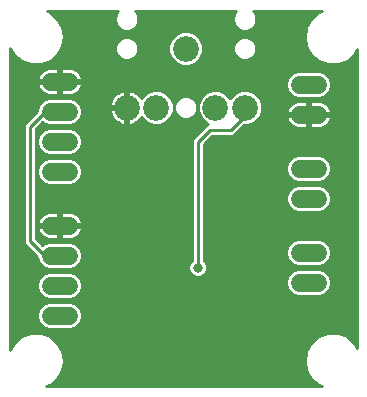
<source format=gbl>
G75*
G70*
%OFA0B0*%
%FSLAX24Y24*%
%IPPOS*%
%LPD*%
%AMOC8*
5,1,8,0,0,1.08239X$1,22.5*
%
%ADD10C,0.0600*%
%ADD11C,0.0860*%
%ADD12C,0.0100*%
%ADD13C,0.0320*%
D10*
X001811Y002753D02*
X002411Y002753D01*
X002411Y003753D02*
X001811Y003753D01*
X001811Y004753D02*
X002411Y004753D01*
X002411Y005753D02*
X001811Y005753D01*
X001811Y007553D02*
X002411Y007553D01*
X002411Y008553D02*
X001811Y008553D01*
X001811Y009553D02*
X002411Y009553D01*
X002411Y010553D02*
X001811Y010553D01*
X010111Y010453D02*
X010711Y010453D01*
X010711Y009453D02*
X010111Y009453D01*
X010111Y007653D02*
X010711Y007653D01*
X010711Y006653D02*
X010111Y006653D01*
X010111Y004853D02*
X010711Y004853D01*
X010711Y003853D02*
X010111Y003853D01*
D11*
X008279Y009685D03*
X007295Y009685D03*
X005326Y009685D03*
X004342Y009685D03*
X006311Y011653D03*
D12*
X000461Y011686D02*
X000461Y001621D01*
X000595Y001854D01*
X000595Y001854D01*
X000843Y002062D01*
X000843Y002062D01*
X001148Y002173D01*
X001473Y002173D01*
X001778Y002062D01*
X001778Y002062D01*
X002026Y001854D01*
X002026Y001854D01*
X002188Y001573D01*
X002245Y001253D01*
X002188Y000934D01*
X002026Y000653D01*
X002026Y000653D01*
X002026Y000653D01*
X001778Y000444D01*
X001778Y000444D01*
X001665Y000403D01*
X010856Y000403D01*
X010743Y000444D01*
X010743Y000444D01*
X010495Y000653D01*
X010495Y000653D01*
X010333Y000934D01*
X010333Y000934D01*
X010276Y001253D01*
X010333Y001573D01*
X010333Y001573D01*
X010495Y001854D01*
X010743Y002062D01*
X010743Y002062D01*
X011048Y002173D01*
X011373Y002173D01*
X011678Y002062D01*
X011678Y002062D01*
X011926Y001854D01*
X011926Y001854D01*
X012031Y001673D01*
X012031Y011634D01*
X011926Y011453D01*
X011926Y011453D01*
X011926Y011453D01*
X011678Y011244D01*
X011678Y011244D01*
X011373Y011133D01*
X011048Y011133D01*
X010743Y011244D01*
X010743Y011244D01*
X010495Y011453D01*
X010495Y011453D01*
X010333Y011734D01*
X010333Y011734D01*
X010276Y012053D01*
X010276Y012053D01*
X010333Y012373D01*
X010333Y012373D01*
X010495Y012654D01*
X010495Y012654D01*
X010743Y012862D01*
X010743Y012862D01*
X010845Y012899D01*
X008563Y012899D01*
X008607Y012856D01*
X008665Y012714D01*
X008665Y012561D01*
X008607Y012419D01*
X008498Y012310D01*
X008356Y012251D01*
X008202Y012251D01*
X008060Y012310D01*
X007952Y012419D01*
X007893Y012561D01*
X007893Y012714D01*
X007952Y012856D01*
X007995Y012899D01*
X004626Y012899D01*
X004670Y012856D01*
X004728Y012714D01*
X004728Y012561D01*
X004670Y012419D01*
X004561Y012310D01*
X004419Y012251D01*
X004265Y012251D01*
X004123Y012310D01*
X004015Y012419D01*
X003956Y012561D01*
X003956Y012714D01*
X004015Y012856D01*
X004058Y012899D01*
X001676Y012899D01*
X001778Y012862D01*
X001778Y012862D01*
X002026Y012654D01*
X002026Y012654D01*
X002188Y012373D01*
X002188Y012373D01*
X002245Y012053D01*
X002245Y012053D01*
X002188Y011734D01*
X002188Y011734D01*
X002026Y011453D01*
X002026Y011453D01*
X002026Y011453D01*
X001778Y011244D01*
X001778Y011244D01*
X001473Y011133D01*
X001232Y011133D01*
X001148Y011133D01*
X000843Y011244D01*
X000843Y011244D01*
X000595Y011453D01*
X000461Y011686D01*
X000461Y011679D02*
X000464Y011679D01*
X000461Y011581D02*
X000521Y011581D01*
X000578Y011482D02*
X000461Y011482D01*
X000461Y011384D02*
X000677Y011384D01*
X000795Y011285D02*
X000461Y011285D01*
X000461Y011187D02*
X001001Y011187D01*
X000461Y011088D02*
X006159Y011088D01*
X006195Y011073D02*
X005982Y011162D01*
X005819Y011325D01*
X005731Y011538D01*
X005731Y011769D01*
X005819Y011982D01*
X005982Y012145D01*
X006195Y012233D01*
X006426Y012233D01*
X006639Y012145D01*
X006802Y011982D01*
X006891Y011769D01*
X006891Y011538D01*
X006802Y011325D01*
X006639Y011162D01*
X006426Y011073D01*
X006195Y011073D01*
X005957Y011187D02*
X001620Y011187D01*
X001698Y010990D02*
X000461Y010990D01*
X000461Y010891D02*
X001512Y010891D01*
X001517Y010897D02*
X001467Y010846D01*
X001426Y010789D01*
X001394Y010726D01*
X001372Y010659D01*
X001363Y010603D01*
X002061Y010603D01*
X002061Y010503D01*
X002161Y010503D01*
X002161Y010603D01*
X002858Y010603D01*
X002850Y010659D01*
X002828Y010726D01*
X002795Y010789D01*
X002754Y010846D01*
X002704Y010897D01*
X002646Y010938D01*
X002583Y010970D01*
X002516Y010992D01*
X002446Y011003D01*
X002161Y011003D01*
X002161Y010603D01*
X002061Y010603D01*
X002061Y011003D01*
X001775Y011003D01*
X001705Y010992D01*
X001638Y010970D01*
X001575Y010938D01*
X001517Y010897D01*
X001428Y010793D02*
X000461Y010793D01*
X000461Y010694D02*
X001383Y010694D01*
X001363Y010503D02*
X001372Y010448D01*
X001394Y010381D01*
X001426Y010317D01*
X001467Y010260D01*
X001517Y010210D01*
X001575Y010168D01*
X001638Y010136D01*
X001705Y010114D01*
X001775Y010103D01*
X000461Y010103D01*
X000461Y010005D02*
X003858Y010005D01*
X003846Y009989D02*
X003805Y009907D01*
X003776Y009821D01*
X003763Y009735D01*
X004292Y009735D01*
X004292Y010264D01*
X004206Y010251D01*
X004119Y010222D01*
X004038Y010181D01*
X003964Y010127D01*
X003900Y010063D01*
X003846Y009989D01*
X003804Y009906D02*
X002694Y009906D01*
X002665Y009935D02*
X002500Y010003D01*
X001721Y010003D01*
X001556Y009935D01*
X001429Y009808D01*
X000461Y009808D01*
X000461Y009906D02*
X001527Y009906D01*
X001429Y009808D02*
X001361Y009643D01*
X001361Y009586D01*
X000911Y009136D01*
X000911Y005170D01*
X001028Y005053D01*
X001361Y004720D01*
X001361Y004664D01*
X001429Y004498D01*
X001556Y004372D01*
X001721Y004303D01*
X002500Y004303D01*
X002665Y004372D01*
X002792Y004498D01*
X002861Y004664D01*
X002861Y004843D01*
X002792Y005008D01*
X002665Y005135D01*
X002500Y005203D01*
X001721Y005203D01*
X001556Y005135D01*
X001534Y005113D01*
X001311Y005336D01*
X001311Y008970D01*
X001534Y009194D01*
X001556Y009172D01*
X001721Y009103D01*
X002500Y009103D01*
X002665Y009172D01*
X002792Y009298D01*
X002861Y009464D01*
X002861Y009643D01*
X002792Y009808D01*
X002665Y009935D01*
X002792Y009808D02*
X003774Y009808D01*
X003763Y009635D02*
X003776Y009549D01*
X003805Y009462D01*
X003846Y009381D01*
X003900Y009307D01*
X003964Y009242D01*
X004038Y009189D01*
X004119Y009147D01*
X004206Y009119D01*
X004292Y009106D01*
X004292Y009635D01*
X003763Y009635D01*
X003767Y009611D02*
X002861Y009611D01*
X002861Y009512D02*
X003788Y009512D01*
X003829Y009414D02*
X002840Y009414D01*
X002799Y009315D02*
X003894Y009315D01*
X003999Y009217D02*
X002711Y009217D01*
X002536Y009118D02*
X004211Y009118D01*
X004292Y009118D02*
X004392Y009118D01*
X004392Y009106D02*
X004478Y009119D01*
X004565Y009147D01*
X004646Y009189D01*
X004720Y009242D01*
X004784Y009307D01*
X004829Y009369D01*
X004835Y009356D01*
X004998Y009193D01*
X005211Y009105D01*
X005442Y009105D01*
X005655Y009193D01*
X005818Y009356D01*
X005906Y009569D01*
X005906Y009800D01*
X005818Y010013D01*
X005655Y010177D01*
X005442Y010265D01*
X005211Y010265D01*
X004998Y010177D01*
X004835Y010013D01*
X004829Y010001D01*
X004784Y010063D01*
X004720Y010127D01*
X004646Y010181D01*
X004565Y010222D01*
X004478Y010251D01*
X004392Y010264D01*
X004392Y009735D01*
X004292Y009735D01*
X004292Y009635D01*
X004392Y009635D01*
X004392Y009106D01*
X004473Y009118D02*
X005178Y009118D01*
X004974Y009217D02*
X004685Y009217D01*
X004791Y009315D02*
X004876Y009315D01*
X004392Y009315D02*
X004292Y009315D01*
X004292Y009217D02*
X004392Y009217D01*
X004392Y009414D02*
X004292Y009414D01*
X004292Y009512D02*
X004392Y009512D01*
X004392Y009611D02*
X004292Y009611D01*
X004292Y009709D02*
X002833Y009709D01*
X002583Y010136D02*
X002516Y010114D01*
X002446Y010103D01*
X002161Y010103D01*
X002161Y010503D01*
X002858Y010503D01*
X002850Y010448D01*
X002828Y010381D01*
X002795Y010317D01*
X002754Y010260D01*
X002704Y010210D01*
X002646Y010168D01*
X002583Y010136D01*
X002692Y010202D02*
X004079Y010202D01*
X003940Y010103D02*
X002446Y010103D01*
X002161Y010103D02*
X002061Y010103D01*
X002061Y010503D01*
X001363Y010503D01*
X001364Y010497D02*
X000461Y010497D01*
X000461Y010399D02*
X001388Y010399D01*
X001438Y010300D02*
X000461Y010300D01*
X000461Y010202D02*
X001529Y010202D01*
X001775Y010103D02*
X002061Y010103D01*
X002061Y010202D02*
X002161Y010202D01*
X002161Y010300D02*
X002061Y010300D01*
X002061Y010399D02*
X002161Y010399D01*
X002161Y010497D02*
X002061Y010497D01*
X002061Y010596D02*
X000461Y010596D01*
X000461Y009709D02*
X001388Y009709D01*
X001361Y009611D02*
X000461Y009611D01*
X000461Y009512D02*
X001287Y009512D01*
X001188Y009414D02*
X000461Y009414D01*
X000461Y009315D02*
X001090Y009315D01*
X000991Y009217D02*
X000461Y009217D01*
X000461Y009118D02*
X000911Y009118D01*
X000911Y009020D02*
X000461Y009020D01*
X000461Y008921D02*
X000911Y008921D01*
X000911Y008823D02*
X000461Y008823D01*
X000461Y008724D02*
X000911Y008724D01*
X000911Y008626D02*
X000461Y008626D01*
X000461Y008527D02*
X000911Y008527D01*
X000911Y008429D02*
X000461Y008429D01*
X000461Y008330D02*
X000911Y008330D01*
X000911Y008232D02*
X000461Y008232D01*
X000461Y008133D02*
X000911Y008133D01*
X000911Y008035D02*
X000461Y008035D01*
X000461Y007936D02*
X000911Y007936D01*
X000911Y007838D02*
X000461Y007838D01*
X000461Y007739D02*
X000911Y007739D01*
X000911Y007641D02*
X000461Y007641D01*
X000461Y007542D02*
X000911Y007542D01*
X000911Y007444D02*
X000461Y007444D01*
X000461Y007345D02*
X000911Y007345D01*
X000911Y007247D02*
X000461Y007247D01*
X000461Y007148D02*
X000911Y007148D01*
X000911Y007050D02*
X000461Y007050D01*
X000461Y006951D02*
X000911Y006951D01*
X000911Y006853D02*
X000461Y006853D01*
X000461Y006754D02*
X000911Y006754D01*
X000911Y006656D02*
X000461Y006656D01*
X000461Y006557D02*
X000911Y006557D01*
X000911Y006459D02*
X000461Y006459D01*
X000461Y006360D02*
X000911Y006360D01*
X000911Y006262D02*
X000461Y006262D01*
X000461Y006163D02*
X000911Y006163D01*
X000911Y006065D02*
X000461Y006065D01*
X000461Y005966D02*
X000911Y005966D01*
X000911Y005868D02*
X000461Y005868D01*
X000461Y005769D02*
X000911Y005769D01*
X000911Y005671D02*
X000461Y005671D01*
X000461Y005572D02*
X000911Y005572D01*
X000911Y005474D02*
X000461Y005474D01*
X000461Y005375D02*
X000911Y005375D01*
X000911Y005277D02*
X000461Y005277D01*
X000461Y005178D02*
X000911Y005178D01*
X001001Y005080D02*
X000461Y005080D01*
X000461Y004981D02*
X001100Y004981D01*
X001198Y004883D02*
X000461Y004883D01*
X000461Y004784D02*
X001297Y004784D01*
X001361Y004686D02*
X000461Y004686D01*
X000461Y004587D02*
X001392Y004587D01*
X001439Y004489D02*
X000461Y004489D01*
X000461Y004390D02*
X001537Y004390D01*
X001697Y004193D02*
X000461Y004193D01*
X000461Y004095D02*
X001516Y004095D01*
X001556Y004135D02*
X001429Y004008D01*
X001361Y003843D01*
X001361Y003664D01*
X001429Y003498D01*
X001556Y003372D01*
X001721Y003303D01*
X002500Y003303D01*
X002665Y003372D01*
X002792Y003498D01*
X002861Y003664D01*
X002861Y003843D01*
X002792Y004008D01*
X002665Y004135D01*
X002500Y004203D01*
X001721Y004203D01*
X001556Y004135D01*
X001424Y003996D02*
X000461Y003996D01*
X000461Y003898D02*
X001383Y003898D01*
X001361Y003799D02*
X000461Y003799D01*
X000461Y003701D02*
X001361Y003701D01*
X001386Y003602D02*
X000461Y003602D01*
X000461Y003504D02*
X001427Y003504D01*
X001522Y003405D02*
X000461Y003405D01*
X000461Y003307D02*
X001713Y003307D01*
X001721Y003203D02*
X001556Y003135D01*
X001429Y003008D01*
X001361Y002843D01*
X001361Y002664D01*
X001429Y002498D01*
X001556Y002372D01*
X001721Y002303D01*
X002500Y002303D01*
X002665Y002372D01*
X002792Y002498D01*
X002861Y002664D01*
X002861Y002843D01*
X002792Y003008D01*
X002665Y003135D01*
X002500Y003203D01*
X001721Y003203D01*
X001531Y003110D02*
X000461Y003110D01*
X000461Y003208D02*
X012031Y003208D01*
X012031Y003110D02*
X002690Y003110D01*
X002789Y003011D02*
X012031Y003011D01*
X012031Y002913D02*
X002832Y002913D01*
X002861Y002814D02*
X012031Y002814D01*
X012031Y002716D02*
X002861Y002716D01*
X002841Y002617D02*
X012031Y002617D01*
X012031Y002519D02*
X002801Y002519D01*
X002714Y002420D02*
X012031Y002420D01*
X012031Y002322D02*
X002545Y002322D01*
X002040Y001829D02*
X010481Y001829D01*
X010424Y001731D02*
X002097Y001731D01*
X002154Y001632D02*
X010367Y001632D01*
X010326Y001534D02*
X002195Y001534D01*
X002213Y001435D02*
X010308Y001435D01*
X010291Y001337D02*
X002230Y001337D01*
X002242Y001238D02*
X010279Y001238D01*
X010296Y001140D02*
X002225Y001140D01*
X002207Y001041D02*
X010314Y001041D01*
X010331Y000943D02*
X002190Y000943D01*
X002137Y000844D02*
X010384Y000844D01*
X010441Y000746D02*
X002080Y000746D01*
X002020Y000647D02*
X010502Y000647D01*
X010619Y000549D02*
X001902Y000549D01*
X001785Y000450D02*
X010736Y000450D01*
X011997Y001731D02*
X012031Y001731D01*
X012031Y001829D02*
X011940Y001829D01*
X012031Y001928D02*
X011838Y001928D01*
X011721Y002026D02*
X012031Y002026D01*
X012031Y002125D02*
X011506Y002125D01*
X012031Y002223D02*
X000461Y002223D01*
X000461Y002125D02*
X001015Y002125D01*
X000801Y002026D02*
X000461Y002026D01*
X000461Y001928D02*
X000683Y001928D01*
X000595Y001854D02*
X000595Y001854D01*
X000581Y001829D02*
X000461Y001829D01*
X000461Y001731D02*
X000524Y001731D01*
X000467Y001632D02*
X000461Y001632D01*
X000461Y002322D02*
X001676Y002322D01*
X001507Y002420D02*
X000461Y002420D01*
X000461Y002519D02*
X001421Y002519D01*
X001380Y002617D02*
X000461Y002617D01*
X000461Y002716D02*
X001361Y002716D01*
X001361Y002814D02*
X000461Y002814D01*
X000461Y002913D02*
X001390Y002913D01*
X001432Y003011D02*
X000461Y003011D01*
X001606Y002125D02*
X010915Y002125D01*
X010701Y002026D02*
X001821Y002026D01*
X001938Y001928D02*
X010583Y001928D01*
X010800Y003403D02*
X010021Y003403D01*
X009856Y003472D01*
X009729Y003598D01*
X009661Y003764D01*
X009661Y003943D01*
X009729Y004108D01*
X009856Y004235D01*
X010021Y004303D01*
X010800Y004303D01*
X010965Y004235D01*
X011092Y004108D01*
X011161Y003943D01*
X011161Y003764D01*
X011092Y003598D01*
X010965Y003472D01*
X010800Y003403D01*
X010805Y003405D02*
X012031Y003405D01*
X012031Y003307D02*
X002509Y003307D01*
X002699Y003405D02*
X010016Y003405D01*
X009824Y003504D02*
X002794Y003504D01*
X002835Y003602D02*
X009727Y003602D01*
X009687Y003701D02*
X002861Y003701D01*
X002861Y003799D02*
X009661Y003799D01*
X009661Y003898D02*
X002838Y003898D01*
X002797Y003996D02*
X009683Y003996D01*
X009724Y004095D02*
X006891Y004095D01*
X006886Y004091D02*
X006973Y004178D01*
X007021Y004292D01*
X009993Y004292D01*
X010021Y004403D02*
X009856Y004472D01*
X009729Y004598D01*
X009661Y004764D01*
X009661Y004943D01*
X009729Y005108D01*
X009856Y005235D01*
X010021Y005303D01*
X010800Y005303D01*
X010965Y005235D01*
X011092Y005108D01*
X011161Y004943D01*
X011161Y004764D01*
X011092Y004598D01*
X010965Y004472D01*
X010800Y004403D01*
X010021Y004403D01*
X009839Y004489D02*
X006990Y004489D01*
X006973Y004529D02*
X006911Y004592D01*
X006911Y008470D01*
X007193Y008753D01*
X007893Y008753D01*
X008245Y009105D01*
X008394Y009105D01*
X008608Y009193D01*
X008771Y009356D01*
X008859Y009569D01*
X008859Y009800D01*
X008771Y010013D01*
X008608Y010177D01*
X008394Y010265D01*
X008164Y010265D01*
X007951Y010177D01*
X007787Y010013D01*
X007787Y010012D01*
X007787Y010013D01*
X007623Y010177D01*
X007410Y010265D01*
X007179Y010265D01*
X006966Y010177D01*
X006803Y010013D01*
X006715Y009800D01*
X006715Y009569D01*
X006803Y009356D01*
X006966Y009193D01*
X007062Y009153D01*
X007028Y009153D01*
X006911Y009036D01*
X006511Y008636D01*
X006511Y004592D01*
X006448Y004529D01*
X006401Y004415D01*
X006401Y004292D01*
X000461Y004292D01*
X001111Y005253D02*
X001111Y009053D01*
X001611Y009553D01*
X002111Y009553D01*
X001685Y009118D02*
X001458Y009118D01*
X001360Y009020D02*
X006894Y009020D01*
X006796Y008921D02*
X002679Y008921D01*
X002665Y008935D02*
X002500Y009003D01*
X001721Y009003D01*
X001556Y008935D01*
X001429Y008808D01*
X001361Y008643D01*
X001361Y008464D01*
X001429Y008298D01*
X001556Y008172D01*
X001721Y008103D01*
X002500Y008103D01*
X002665Y008172D01*
X002792Y008298D01*
X002861Y008464D01*
X002861Y008643D01*
X002792Y008808D01*
X002665Y008935D01*
X002777Y008823D02*
X006697Y008823D01*
X006599Y008724D02*
X002827Y008724D01*
X002861Y008626D02*
X006511Y008626D01*
X006511Y008527D02*
X002861Y008527D01*
X002846Y008429D02*
X006511Y008429D01*
X006511Y008330D02*
X002805Y008330D01*
X002726Y008232D02*
X006511Y008232D01*
X006511Y008133D02*
X002573Y008133D01*
X002500Y008003D02*
X002665Y007935D01*
X002792Y007808D01*
X002861Y007643D01*
X002861Y007464D01*
X002792Y007298D01*
X002665Y007172D01*
X002500Y007103D01*
X001721Y007103D01*
X001556Y007172D01*
X001429Y007298D01*
X001361Y007464D01*
X001361Y007643D01*
X001429Y007808D01*
X001556Y007935D01*
X001721Y008003D01*
X002500Y008003D01*
X002662Y007936D02*
X006511Y007936D01*
X006511Y007838D02*
X002762Y007838D01*
X002821Y007739D02*
X006511Y007739D01*
X006511Y007641D02*
X002861Y007641D01*
X002861Y007542D02*
X006511Y007542D01*
X006511Y007444D02*
X002852Y007444D01*
X002812Y007345D02*
X006511Y007345D01*
X006511Y007247D02*
X002741Y007247D01*
X002609Y007148D02*
X006511Y007148D01*
X006511Y007050D02*
X001311Y007050D01*
X001311Y007148D02*
X001612Y007148D01*
X001481Y007247D02*
X001311Y007247D01*
X001311Y007345D02*
X001410Y007345D01*
X001369Y007444D02*
X001311Y007444D01*
X001311Y007542D02*
X001361Y007542D01*
X001361Y007641D02*
X001311Y007641D01*
X001311Y007739D02*
X001401Y007739D01*
X001459Y007838D02*
X001311Y007838D01*
X001311Y007936D02*
X001559Y007936D01*
X001649Y008133D02*
X001311Y008133D01*
X001311Y008035D02*
X006511Y008035D01*
X006911Y008035D02*
X009856Y008035D01*
X009729Y007908D01*
X009661Y007743D01*
X009661Y007564D01*
X009729Y007398D01*
X009856Y007272D01*
X010021Y007203D01*
X010800Y007203D01*
X010965Y007272D01*
X011092Y007398D01*
X011161Y007564D01*
X011161Y007743D01*
X011092Y007908D01*
X010965Y008035D01*
X012031Y008035D01*
X012031Y008133D02*
X006911Y008133D01*
X006911Y008232D02*
X012031Y008232D01*
X012031Y008330D02*
X006911Y008330D01*
X006911Y008429D02*
X012031Y008429D01*
X012031Y008527D02*
X006967Y008527D01*
X007066Y008626D02*
X012031Y008626D01*
X012031Y008724D02*
X007164Y008724D01*
X007111Y008953D02*
X007811Y008953D01*
X008211Y009353D01*
X008211Y009616D01*
X008279Y009685D01*
X007877Y010103D02*
X007697Y010103D01*
X007562Y010202D02*
X008012Y010202D01*
X008546Y010202D02*
X009728Y010202D01*
X009729Y010198D02*
X009856Y010072D01*
X010021Y010003D01*
X010800Y010003D01*
X010965Y010072D01*
X011092Y010198D01*
X011161Y010364D01*
X011161Y010543D01*
X011092Y010708D01*
X010965Y010835D01*
X010800Y010903D01*
X010021Y010903D01*
X009856Y010835D01*
X009729Y010708D01*
X009661Y010543D01*
X009661Y010364D01*
X009729Y010198D01*
X009687Y010300D02*
X002783Y010300D01*
X002834Y010399D02*
X009661Y010399D01*
X009661Y010497D02*
X002857Y010497D01*
X002838Y010694D02*
X009723Y010694D01*
X009683Y010596D02*
X002161Y010596D01*
X002161Y010694D02*
X002061Y010694D01*
X002061Y010793D02*
X002161Y010793D01*
X002161Y010891D02*
X002061Y010891D01*
X002061Y010990D02*
X002161Y010990D01*
X002523Y010990D02*
X012031Y010990D01*
X012031Y011088D02*
X006462Y011088D01*
X006664Y011187D02*
X010901Y011187D01*
X010695Y011285D02*
X008400Y011285D01*
X008356Y011267D02*
X008498Y011326D01*
X008607Y011435D01*
X008665Y011577D01*
X008665Y011730D01*
X008607Y011872D01*
X008498Y011981D01*
X008356Y012040D01*
X008202Y012040D01*
X008060Y011981D01*
X007952Y011872D01*
X007893Y011730D01*
X007893Y011577D01*
X007952Y011435D01*
X008060Y011326D01*
X008202Y011267D01*
X008356Y011267D01*
X008556Y011384D02*
X010577Y011384D01*
X010478Y011482D02*
X008626Y011482D01*
X008665Y011581D02*
X010421Y011581D01*
X010364Y011679D02*
X008665Y011679D01*
X008646Y011778D02*
X010325Y011778D01*
X010308Y011876D02*
X008602Y011876D01*
X008504Y011975D02*
X010290Y011975D01*
X010280Y012073D02*
X006711Y012073D01*
X006805Y011975D02*
X008054Y011975D01*
X007956Y011876D02*
X006846Y011876D01*
X006887Y011778D02*
X007913Y011778D01*
X007893Y011679D02*
X006891Y011679D01*
X006891Y011581D02*
X007893Y011581D01*
X007932Y011482D02*
X006868Y011482D01*
X006827Y011384D02*
X008002Y011384D01*
X008158Y011285D02*
X006763Y011285D01*
X006574Y012172D02*
X010297Y012172D01*
X010315Y012270D02*
X008402Y012270D01*
X008557Y012369D02*
X010332Y012369D01*
X010387Y012467D02*
X008627Y012467D01*
X008665Y012566D02*
X010444Y012566D01*
X010495Y012654D02*
X010495Y012654D01*
X010508Y012664D02*
X008665Y012664D01*
X008645Y012763D02*
X010625Y012763D01*
X010742Y012861D02*
X008602Y012861D01*
X007957Y012861D02*
X004665Y012861D01*
X004708Y012763D02*
X007913Y012763D01*
X007893Y012664D02*
X004728Y012664D01*
X004728Y012566D02*
X007893Y012566D01*
X007932Y012467D02*
X004690Y012467D01*
X004620Y012369D02*
X008002Y012369D01*
X008156Y012270D02*
X004465Y012270D01*
X004419Y012040D02*
X004265Y012040D01*
X004123Y011981D01*
X004015Y011872D01*
X003956Y011730D01*
X003956Y011577D01*
X004015Y011435D01*
X004123Y011326D01*
X004265Y011267D01*
X004419Y011267D01*
X004561Y011326D01*
X004670Y011435D01*
X004728Y011577D01*
X004728Y011730D01*
X004670Y011872D01*
X004561Y011981D01*
X004419Y012040D01*
X004567Y011975D02*
X005816Y011975D01*
X005775Y011876D02*
X004665Y011876D01*
X004709Y011778D02*
X005734Y011778D01*
X005731Y011679D02*
X004728Y011679D01*
X004728Y011581D02*
X005731Y011581D01*
X005754Y011482D02*
X004689Y011482D01*
X004619Y011384D02*
X005794Y011384D01*
X005858Y011285D02*
X004463Y011285D01*
X004221Y011285D02*
X001827Y011285D01*
X001944Y011384D02*
X004065Y011384D01*
X003995Y011482D02*
X002043Y011482D01*
X002100Y011581D02*
X003956Y011581D01*
X003956Y011679D02*
X002157Y011679D01*
X002196Y011778D02*
X003976Y011778D01*
X004019Y011876D02*
X002214Y011876D01*
X002231Y011975D02*
X004117Y011975D01*
X004219Y012270D02*
X002207Y012270D01*
X002224Y012172D02*
X006047Y012172D01*
X005910Y012073D02*
X002241Y012073D01*
X002189Y012369D02*
X004065Y012369D01*
X003995Y012467D02*
X002134Y012467D01*
X002077Y012566D02*
X003956Y012566D01*
X003956Y012664D02*
X002014Y012664D01*
X001896Y012763D02*
X003976Y012763D01*
X004020Y012861D02*
X001779Y012861D01*
X002709Y010891D02*
X009992Y010891D01*
X009814Y010793D02*
X002793Y010793D01*
X004292Y010202D02*
X004392Y010202D01*
X004392Y010103D02*
X004292Y010103D01*
X004292Y010005D02*
X004392Y010005D01*
X004392Y009906D02*
X004292Y009906D01*
X004292Y009808D02*
X004392Y009808D01*
X004605Y010202D02*
X005059Y010202D01*
X004925Y010103D02*
X004744Y010103D01*
X004826Y010005D02*
X004831Y010005D01*
X005594Y010202D02*
X007027Y010202D01*
X006893Y010103D02*
X005728Y010103D01*
X005822Y010005D02*
X006084Y010005D01*
X006092Y010012D02*
X005983Y009904D01*
X005924Y009762D01*
X005924Y009608D01*
X005983Y009466D01*
X006092Y009357D01*
X006234Y009299D01*
X006387Y009299D01*
X006529Y009357D01*
X006638Y009466D01*
X006697Y009608D01*
X006697Y009762D01*
X006638Y009904D01*
X006529Y010012D01*
X006387Y010071D01*
X006234Y010071D01*
X006092Y010012D01*
X005986Y009906D02*
X005862Y009906D01*
X005903Y009808D02*
X005944Y009808D01*
X005924Y009709D02*
X005906Y009709D01*
X005906Y009611D02*
X005924Y009611D01*
X005964Y009512D02*
X005883Y009512D01*
X005842Y009414D02*
X006035Y009414D01*
X006193Y009315D02*
X005777Y009315D01*
X005679Y009217D02*
X006943Y009217D01*
X006993Y009118D02*
X005474Y009118D01*
X006428Y009315D02*
X006844Y009315D01*
X006779Y009414D02*
X006586Y009414D01*
X006657Y009512D02*
X006738Y009512D01*
X006715Y009611D02*
X006697Y009611D01*
X006697Y009709D02*
X006715Y009709D01*
X006718Y009808D02*
X006678Y009808D01*
X006635Y009906D02*
X006759Y009906D01*
X006800Y010005D02*
X006537Y010005D01*
X007111Y008953D02*
X006711Y008553D01*
X006711Y004353D01*
X006506Y004587D02*
X002829Y004587D01*
X002861Y004686D02*
X006511Y004686D01*
X006511Y004784D02*
X002861Y004784D01*
X002844Y004883D02*
X006511Y004883D01*
X006511Y004981D02*
X002803Y004981D01*
X002720Y005080D02*
X006511Y005080D01*
X006511Y005178D02*
X002560Y005178D01*
X002516Y005314D02*
X002446Y005303D01*
X002161Y005303D01*
X002161Y005703D01*
X002161Y005803D01*
X002858Y005803D01*
X002850Y005859D01*
X002828Y005926D01*
X002795Y005989D01*
X002754Y006046D01*
X002704Y006097D01*
X002646Y006138D01*
X002583Y006170D01*
X002516Y006192D01*
X002446Y006203D01*
X002161Y006203D01*
X002161Y005803D01*
X002061Y005803D01*
X002061Y005703D01*
X002161Y005703D01*
X002858Y005703D01*
X002850Y005648D01*
X002828Y005581D01*
X002795Y005517D01*
X002754Y005460D01*
X002704Y005410D01*
X002646Y005368D01*
X002583Y005336D01*
X002516Y005314D01*
X002656Y005375D02*
X006511Y005375D01*
X006511Y005277D02*
X001370Y005277D01*
X001311Y005375D02*
X001565Y005375D01*
X001575Y005368D02*
X001638Y005336D01*
X001705Y005314D01*
X001775Y005303D01*
X002061Y005303D01*
X002061Y005703D01*
X001363Y005703D01*
X001372Y005648D01*
X001394Y005581D01*
X001426Y005517D01*
X001467Y005460D01*
X001517Y005410D01*
X001575Y005368D01*
X001457Y005474D02*
X001311Y005474D01*
X001311Y005572D02*
X001398Y005572D01*
X001368Y005671D02*
X001311Y005671D01*
X001311Y005769D02*
X002061Y005769D01*
X002061Y005803D02*
X001363Y005803D01*
X001372Y005859D01*
X001394Y005926D01*
X001426Y005989D01*
X001467Y006046D01*
X001517Y006097D01*
X001575Y006138D01*
X001638Y006170D01*
X001705Y006192D01*
X001775Y006203D01*
X002061Y006203D01*
X002061Y005803D01*
X002061Y005868D02*
X002161Y005868D01*
X002161Y005966D02*
X002061Y005966D01*
X002061Y006065D02*
X002161Y006065D01*
X002161Y006163D02*
X002061Y006163D01*
X002161Y005769D02*
X006511Y005769D01*
X006511Y005671D02*
X002853Y005671D01*
X002823Y005572D02*
X006511Y005572D01*
X006511Y005474D02*
X002764Y005474D01*
X002847Y005868D02*
X006511Y005868D01*
X006511Y005966D02*
X002807Y005966D01*
X002735Y006065D02*
X006511Y006065D01*
X006511Y006163D02*
X002597Y006163D01*
X002161Y005671D02*
X002061Y005671D01*
X002061Y005572D02*
X002161Y005572D01*
X002161Y005474D02*
X002061Y005474D01*
X002061Y005375D02*
X002161Y005375D01*
X001661Y005178D02*
X001468Y005178D01*
X001111Y005253D02*
X001611Y004753D01*
X002111Y004753D01*
X002684Y004390D02*
X006401Y004390D01*
X006401Y004292D02*
X006448Y004178D01*
X006535Y004091D01*
X006649Y004043D01*
X006772Y004043D01*
X006886Y004091D01*
X006980Y004193D02*
X009814Y004193D01*
X009740Y004587D02*
X006915Y004587D01*
X006973Y004529D02*
X007021Y004415D01*
X007021Y004292D01*
X007021Y004390D02*
X012031Y004390D01*
X012031Y004292D02*
X010828Y004292D01*
X011007Y004193D02*
X012031Y004193D01*
X012031Y004095D02*
X011098Y004095D01*
X011138Y003996D02*
X012031Y003996D01*
X012031Y003898D02*
X011161Y003898D01*
X011161Y003799D02*
X012031Y003799D01*
X012031Y003701D02*
X011135Y003701D01*
X011094Y003602D02*
X012031Y003602D01*
X012031Y003504D02*
X010997Y003504D01*
X010982Y004489D02*
X012031Y004489D01*
X012031Y004587D02*
X011081Y004587D01*
X011128Y004686D02*
X012031Y004686D01*
X012031Y004784D02*
X011161Y004784D01*
X011161Y004883D02*
X012031Y004883D01*
X012031Y004981D02*
X011145Y004981D01*
X011104Y005080D02*
X012031Y005080D01*
X012031Y005178D02*
X011022Y005178D01*
X010864Y005277D02*
X012031Y005277D01*
X012031Y005375D02*
X006911Y005375D01*
X006911Y005277D02*
X009957Y005277D01*
X009799Y005178D02*
X006911Y005178D01*
X006911Y005080D02*
X009717Y005080D01*
X009677Y004981D02*
X006911Y004981D01*
X006911Y004883D02*
X009661Y004883D01*
X009661Y004784D02*
X006911Y004784D01*
X006911Y004686D02*
X009693Y004686D01*
X010021Y006203D02*
X009856Y006272D01*
X009729Y006398D01*
X009661Y006564D01*
X009661Y006743D01*
X009729Y006908D01*
X009856Y007035D01*
X010021Y007103D01*
X010800Y007103D01*
X010965Y007035D01*
X011092Y006908D01*
X011161Y006743D01*
X011161Y006564D01*
X011092Y006398D01*
X010965Y006272D01*
X010800Y006203D01*
X010021Y006203D01*
X009880Y006262D02*
X006911Y006262D01*
X006911Y006360D02*
X009767Y006360D01*
X009704Y006459D02*
X006911Y006459D01*
X006911Y006557D02*
X009663Y006557D01*
X009661Y006656D02*
X006911Y006656D01*
X006911Y006754D02*
X009665Y006754D01*
X009706Y006853D02*
X006911Y006853D01*
X006911Y006951D02*
X009772Y006951D01*
X009892Y007050D02*
X006911Y007050D01*
X006911Y007148D02*
X012031Y007148D01*
X012031Y007050D02*
X010929Y007050D01*
X011049Y006951D02*
X012031Y006951D01*
X012031Y006853D02*
X011115Y006853D01*
X011156Y006754D02*
X012031Y006754D01*
X012031Y006656D02*
X011161Y006656D01*
X011158Y006557D02*
X012031Y006557D01*
X012031Y006459D02*
X011117Y006459D01*
X011054Y006360D02*
X012031Y006360D01*
X012031Y006262D02*
X010941Y006262D01*
X010905Y007247D02*
X012031Y007247D01*
X012031Y007345D02*
X011039Y007345D01*
X011111Y007444D02*
X012031Y007444D01*
X012031Y007542D02*
X011152Y007542D01*
X011161Y007641D02*
X012031Y007641D01*
X012031Y007739D02*
X011161Y007739D01*
X011121Y007838D02*
X012031Y007838D01*
X012031Y007936D02*
X011064Y007936D01*
X010965Y008035D02*
X010800Y008103D01*
X010021Y008103D01*
X009856Y008035D01*
X009757Y007936D02*
X006911Y007936D01*
X006911Y007838D02*
X009700Y007838D01*
X009661Y007739D02*
X006911Y007739D01*
X006911Y007641D02*
X009661Y007641D01*
X009669Y007542D02*
X006911Y007542D01*
X006911Y007444D02*
X009710Y007444D01*
X009782Y007345D02*
X006911Y007345D01*
X006911Y007247D02*
X009916Y007247D01*
X010075Y009003D02*
X010005Y009014D01*
X009938Y009036D01*
X009875Y009068D01*
X009817Y009110D01*
X009767Y009160D01*
X009726Y009217D01*
X008631Y009217D01*
X008730Y009315D02*
X009682Y009315D01*
X009672Y009348D02*
X009694Y009281D01*
X009726Y009217D01*
X009809Y009118D02*
X008427Y009118D01*
X008160Y009020D02*
X009988Y009020D01*
X010075Y009003D02*
X010361Y009003D01*
X010361Y009403D01*
X010461Y009403D01*
X010461Y009503D01*
X011158Y009503D01*
X011150Y009559D01*
X011128Y009626D01*
X011095Y009689D01*
X011054Y009746D01*
X011004Y009797D01*
X010946Y009838D01*
X010883Y009870D01*
X010816Y009892D01*
X010746Y009903D01*
X010461Y009903D01*
X010461Y009503D01*
X010361Y009503D01*
X010361Y009903D01*
X010075Y009903D01*
X010005Y009892D01*
X009938Y009870D01*
X009875Y009838D01*
X009817Y009797D01*
X009767Y009746D01*
X009726Y009689D01*
X009694Y009626D01*
X009672Y009559D01*
X009663Y009503D01*
X010361Y009503D01*
X010361Y009403D01*
X009663Y009403D01*
X009672Y009348D01*
X009664Y009512D02*
X008835Y009512D01*
X008859Y009611D02*
X009689Y009611D01*
X009740Y009709D02*
X008859Y009709D01*
X008856Y009808D02*
X009833Y009808D01*
X010017Y010005D02*
X008774Y010005D01*
X008815Y009906D02*
X012031Y009906D01*
X012031Y009808D02*
X010988Y009808D01*
X011081Y009709D02*
X012031Y009709D01*
X012031Y009611D02*
X011133Y009611D01*
X011157Y009512D02*
X012031Y009512D01*
X012031Y009414D02*
X010461Y009414D01*
X010461Y009403D02*
X011158Y009403D01*
X011150Y009348D01*
X011128Y009281D01*
X011095Y009217D01*
X012031Y009217D01*
X012031Y009315D02*
X011139Y009315D01*
X011095Y009217D02*
X011054Y009160D01*
X011004Y009110D01*
X010946Y009068D01*
X010883Y009036D01*
X010816Y009014D01*
X010746Y009003D01*
X010461Y009003D01*
X010461Y009403D01*
X010461Y009315D02*
X010361Y009315D01*
X010361Y009217D02*
X010461Y009217D01*
X010461Y009118D02*
X010361Y009118D01*
X010361Y009020D02*
X010461Y009020D01*
X010833Y009020D02*
X012031Y009020D01*
X012031Y009118D02*
X011012Y009118D01*
X010461Y009512D02*
X010361Y009512D01*
X010361Y009414D02*
X008795Y009414D01*
X008681Y010103D02*
X009824Y010103D01*
X010361Y009808D02*
X010461Y009808D01*
X010461Y009709D02*
X010361Y009709D01*
X010361Y009611D02*
X010461Y009611D01*
X010804Y010005D02*
X012031Y010005D01*
X012031Y010103D02*
X010997Y010103D01*
X011094Y010202D02*
X012031Y010202D01*
X012031Y010300D02*
X011134Y010300D01*
X011161Y010399D02*
X012031Y010399D01*
X012031Y010497D02*
X011161Y010497D01*
X011139Y010596D02*
X012031Y010596D01*
X012031Y010694D02*
X011098Y010694D01*
X011007Y010793D02*
X012031Y010793D01*
X012031Y010891D02*
X010829Y010891D01*
X011520Y011187D02*
X012031Y011187D01*
X012031Y011285D02*
X011727Y011285D01*
X011844Y011384D02*
X012031Y011384D01*
X012031Y011482D02*
X011943Y011482D01*
X012000Y011581D02*
X012031Y011581D01*
X012031Y008921D02*
X008061Y008921D01*
X007963Y008823D02*
X012031Y008823D01*
X012031Y006163D02*
X006911Y006163D01*
X006911Y006065D02*
X012031Y006065D01*
X012031Y005966D02*
X006911Y005966D01*
X006911Y005868D02*
X012031Y005868D01*
X012031Y005769D02*
X006911Y005769D01*
X006911Y005671D02*
X012031Y005671D01*
X012031Y005572D02*
X006911Y005572D01*
X006911Y005474D02*
X012031Y005474D01*
X006511Y006262D02*
X001311Y006262D01*
X001311Y006360D02*
X006511Y006360D01*
X006511Y006459D02*
X001311Y006459D01*
X001311Y006557D02*
X006511Y006557D01*
X006511Y006656D02*
X001311Y006656D01*
X001311Y006754D02*
X006511Y006754D01*
X006511Y006853D02*
X001311Y006853D01*
X001311Y006951D02*
X006511Y006951D01*
X006431Y004489D02*
X002782Y004489D01*
X002524Y004193D02*
X006441Y004193D01*
X006531Y004095D02*
X002705Y004095D01*
X001375Y005868D02*
X001311Y005868D01*
X001311Y005966D02*
X001414Y005966D01*
X001486Y006065D02*
X001311Y006065D01*
X001311Y006163D02*
X001624Y006163D01*
X001496Y008232D02*
X001311Y008232D01*
X001311Y008330D02*
X001416Y008330D01*
X001375Y008429D02*
X001311Y008429D01*
X001311Y008527D02*
X001361Y008527D01*
X001361Y008626D02*
X001311Y008626D01*
X001311Y008724D02*
X001394Y008724D01*
X001444Y008823D02*
X001311Y008823D01*
X001311Y008921D02*
X001542Y008921D01*
D13*
X004111Y008553D03*
X007411Y004653D03*
X006711Y004353D03*
X004311Y002253D03*
M02*

</source>
